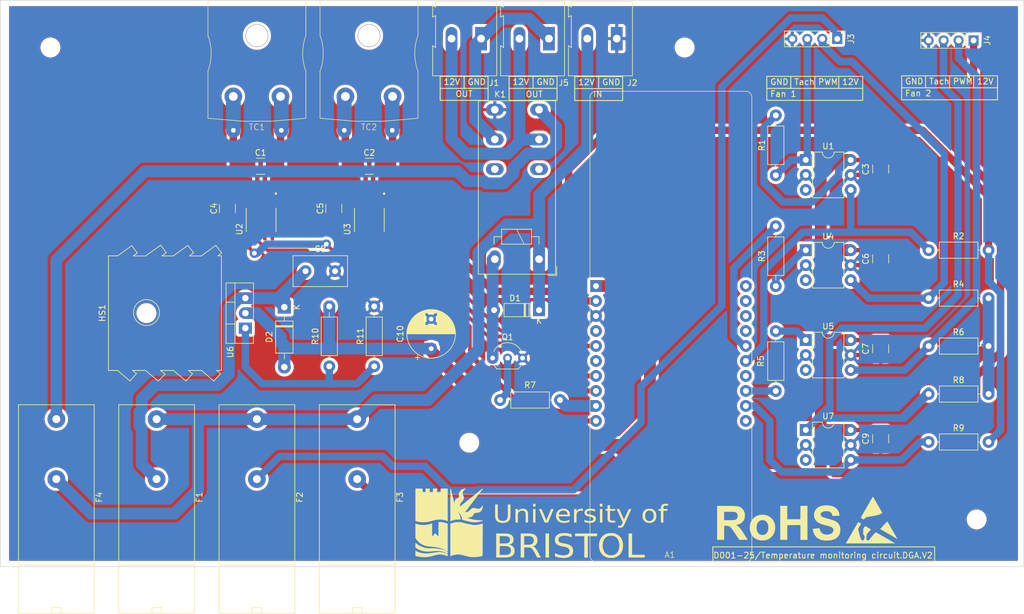
<source format=kicad_pcb>
(kicad_pcb (version 20221018) (generator pcbnew)
  (layers (0 "F.Cu" signal) (31 "B.Cu" signal) (34 "B.Paste" user) (35 "F.Paste" user) (36 "B.SilkS" user "B.Silkscreen") (37 "F.SilkS" user "F.Silkscreen") (38 "B.Mask" user) (39 "F.Mask" user) (44 "Edge.Cuts" user))
  (net 0 "")
  (net 1 "+3.3V")
  (net 2 "/GPIO0")
  (net 4 "/GPIO2")
  (net 5 "/GPIO3")
  (net 6 "/GPIO35")
  (net 7 "/GPIO33")
  (net 8 "/GPIO32")
  (net 9 "Net-(TC1-+)")
  (net 10 "/GPIO15")
  (net 11 "/GPIO14")
  (net 12 "GND")
  (net 13 "Net-(D1-A)")
  (net 14 "Net-(J1-Pin_2)")
  (net 15 "Net-(J3-Pin_2)")
  (net 17 "+5V")
  (net 20 "+12V")
  (net 21 "Net-(TC1--)")
  (net 22 "Net-(TC2-+)")
  (net 23 "Net-(TC2--)")
  (net 25 "Net-(F4-Pad1)")
  (net 26 "Net-(R3-Pad1)")
  (net 27 "/GPIO4")
  (net 28 "/GPIO16")
  (net 30 "/GPIO5")
  (net 35 "Net-(J3-Pin_3)")
  (net 36 "Net-(J4-Pin_2)")
  (net 37 "Net-(J4-Pin_3)")
  (net 40 "Net-(Q1-B)")
  (net 41 "Net-(J1-Pin_1)")
  (net 42 "Net-(R5-Pad1)")
  (net 43 "Net-(U6-ADJ)")
  (net 46 "Net-(D2-K)")
  (net 47 "Net-(J3-Pin_1)")
  (net 48 "Net-(J4-Pin_1)")
  (footprint "Library:R_Axial_DIN0207_L6.3mm_D2.5mm_P10.16mm_Horizontal" (layer "F.Cu") (at 213.868 102.616)
    (fp_text reference "R6")
    (fp_text value "270")
  )
  (footprint "Capacitor_SMD:C_1210_3225Metric" (layer "F.Cu") (at 113.03 79.297 90)
    (fp_text reference "C5")
    (fp_text value "100n")
  )
  (footprint "Connector Thermo:Thermocouple Connector" (layer "F.Cu") (at 119 64.5 180)
    (fp_text reference "TC2")
    (fp_text value "Thermocouple_Alt")
  )
  (footprint "TerminalBlock:TerminalBlock_Altech_AK300-2_P5.00mm" (layer "F.Cu") (at 138 50.5 180)
    (fp_text reference "J1")
    (fp_text value "Conn_01x02_Socket" hide)
  )
  (footprint "Library:R_Axial_DIN0207_L6.3mm_D2.5mm_P10.16mm_Horizontal" (layer "F.Cu") (at 213.868 94.488)
    (fp_text reference "R4")
    (fp_text value "270")
  )
  (footprint "Symbol:ESD-Logo_8.9x8mm_SilkScreen" (layer "F.Cu") (at 204.216 132.08)
    (fp_text reference "REF**" hide)
    (fp_text value "ESD-Logo_8.9x8mm_SilkScreen" hide)
  )
  (footprint "Library:R_Axial_DIN0207_L6.3mm_D2.5mm_P10.16mm_Horizontal" (layer "F.Cu") (at 119.888 106.045 90)
    (fp_text reference "R11")
    (fp_text value "680")
  )
  (footprint "Library:DIP-6_W7.62mm" (layer "F.Cu") (at 193.04 71.064)
    (fp_text reference "U1")
    (fp_text value "H11L1")
  )
  (footprint "Capacitor_SMD:C_1210_3225Metric" (layer "F.Cu") (at 205.74 118.315 -90)
    (fp_text reference "C9")
    (fp_text value "100n")
  )
  (footprint "Diode_THT:D_DO-35_SOD27_P7.62mm_Horizontal" (layer "F.Cu") (at 147.828 96.52 180)
    (fp_text reference "D1")
    (fp_text value "1N4148")
  )
  (footprint "MountingHole:MountingHole_3.2mm_M3" (layer "F.Cu") (at 136 119)
    (fp_text reference "H1" hide)
    (fp_text value "MountingHole" hide)
  )
  (footprint "Capacitor_THT:CP_Radial_D8.0mm_P5.00mm" (layer "F.Cu") (at 129.54 103.044 90)
    (fp_text reference "C10")
    (fp_text value "1u")
  )
  (footprint "Capacitor_SMD:C_1210_3225Metric" (layer "F.Cu") (at 94.996 79.297 90)
    (fp_text reference "C4")
    (fp_text value "100n")
  )
  (footprint "Library:R_Axial_DIN0207_L6.3mm_D2.5mm_P10.16mm_Horizontal" (layer "F.Cu") (at 187.96 92.456 90)
    (fp_text reference "R3")
    (fp_text value "470")
  )
  (footprint "Relay_THT:Relay_DPDT_Schrack-RT2-FormC_RM5mm" (layer "F.Cu") (at 147.828 87.884 90)
    (fp_text reference "K1")
    (fp_text value "RT424012")
  )
  (footprint "Library:R_Axial_DIN0207_L6.3mm_D2.5mm_P10.16mm_Horizontal" (layer "F.Cu") (at 213.868 118.872)
    (fp_text reference "R9")
    (fp_text value "270")
  )
  (footprint "Library:DIP-6_W7.62mm" (layer "F.Cu") (at 193.04 101.6)
    (fp_text reference "U5")
    (fp_text value "H11L1")
  )
  (footprint "Library:R_Axial_DIN0207_L6.3mm_D2.5mm_P10.16mm_Horizontal" (layer "F.Cu") (at 213.868 86.36)
    (fp_text reference "R2")
    (fp_text value "270")
  )
  (footprint "Connector_PinHeader_2.54mm:PinHeader_1x04_P2.54mm_Vertical" (layer "F.Cu") (at 198.374 50.546 -90)
    (fp_text reference "J3")
    (fp_text value "Conn_01x04_Socket" hide)
  )
  (footprint "Library:R_Axial_DIN0207_L6.3mm_D2.5mm_P10.16mm_Horizontal" (layer "F.Cu") (at 187.96 73.66 90)
    (fp_text reference "R1")
    (fp_text value "470")
  )
  (footprint "TerminalBlock:TerminalBlock_Altech_AK300-2_P5.00mm" (layer "F.Cu") (at 161 50.5 180)
    (fp_text reference "J2")
    (fp_text value "Conn_01x02_Socket" hide)
  )
  (footprint "TerminalBlock:TerminalBlock_Altech_AK300-2_P5.00mm" (layer "F.Cu") (at 149.5 50.5 180)
    (fp_text reference "J5")
    (fp_text value "Conn_01x02_Socket" hide)
  )
  (footprint "Fuse:Fuseholder_Cylinder-5x20mm_Bulgin_FX0457_Horizontal_Closed" (layer "F.Cu") (at 66 115 -90)
    (fp_text reference "F4")
    (fp_text value "2A")
  )
  (footprint "Diode_THT:D_DO-41_SOD81_P10.16mm_Horizontal" (layer "F.Cu") (at 104.648 96.012 -90)
    (fp_text reference "D2")
    (fp_text value "1N4001")
  )
  (footprint "Connector_PinHeader_2.54mm:PinHeader_1x04_P2.54mm_Vertical" (layer "F.Cu") (at 221.488 50.8 -90)
    (fp_text reference "J4")
    (fp_text value "Conn_01x04_Socket" hide)
  )
  (footprint "Library:R_Axial_DIN0207_L6.3mm_D2.5mm_P10.16mm_Horizontal" (layer "F.Cu") (at 187.96 100.076 -90)
    (fp_text reference "R5")
    (fp_text value "470")
  )
  (footprint "Capacitor_SMD:C_1210_3225Metric" (layer "F.Cu") (at 205.74 103.075 -90)
    (fp_text reference "C7")
    (fp_text value "100n")
  )
  (footprint "MAX6675ISA_:SOIC127P600X175-8N" (layer "F.Cu") (at 100.711 81.215 -90)
    (fp_text reference "U2")
    (fp_text value "MAX6675ISA_")
  )
  (footprint "MountingHole:MountingHole_3.2mm_M3" (layer "F.Cu") (at 222 132)
    (fp_text reference "H2" hide)
    (fp_text value "MountingHole" hide)
  )
  (footprint "MountingHole:MountingHole_3.2mm_M3" (layer "F.Cu") (at 81.28 97.028)
    (fp_text reference "H1" hide)
    (fp_text value "MountingHole" hide)
  )
  (footprint "Symbol:UoB_SilkScreen" (layer "F.Cu") (at 144.1593 133.2992)
    (fp_text reference "REF**" hide)
    (fp_text value "UoB_SilkScreen" hide)
  )
  (footprint "Symbol:RoHS-Logo_6mm_SilkScreen" (layer "F.Cu") (at 188.468 132.588)
    (fp_text reference "REF**" hide)
    (fp_text value "RoHS-Logo_6mm_SilkScreen" hide)
  )
  (footprint "Library:R_Axial_DIN0207_L6.3mm_D2.5mm_P10.16mm_Horizontal" (layer "F.Cu") (at 112.268 106.045 90)
    (fp_text reference "R10")
    (fp_text value "220")
  )
  (footprint "Library:R_Axial_DIN0207_L6.3mm_D2.5mm_P10.16mm_Horizontal" (layer "F.Cu") (at 151.384 111.76 180)
    (fp_text reference "R7")
    (fp_text value "470")
  )
  (footprint "Library:DIP-6_W7.62mm" (layer "F.Cu") (at 193.04 116.84)
    (fp_text reference "U7")
    (fp_text value "H11L1")
  )
  (footprint "Capacitor_SMD:C_1210_3225Metric" (layer "F.Cu") (at 100.633 72.136)
    (fp_text reference "C1")
    (fp_text value "10n")
  )
  (footprint "ESP32:ESP32-POE-ISO-WROVER" (layer "F.Cu") (at 170.18 140.7)
    (fp_text reference "A1")
    (fp_text value "ESP32_POE")
  )
  (footprint "Fuse:Fuseholder_Cylinder-5x20mm_Bulgin_FX0457_Horizontal_Closed" (layer "F.Cu") (at 100 115 -90)
    (fp_text reference "F2")
    (fp_text value "100mA")
  )
  (footprint "Package_TO_SOT_THT:TO-220-3_Vertical" (layer "F.Cu") (at 98.044 99.568 90)
    (fp_text reference "U6")
    (fp_text value "LM317_TO-220")
  )
  (footprint "MAX6675ISA_:SOIC127P600X175-8N" (layer "F.Cu") (at 119.0625 81.215 -90)
    (fp_text reference "U3")
    (fp_text value "MAX6675ISA_")
  )
  (footprint "Heatsink:Heatsink_AAVID_TV5G_TO220_Horizontal" (layer "F.Cu") (at 81.28 97.028 90)
    (fp_text reference "HS1")
    (fp_text value "Heatsink")
  )
  (footprint "Capacitor_SMD:C_1210_3225Metric" (layer "F.Cu") (at 205.74 72.595 -90)
    (fp_text reference "C3")
    (fp_text value "100n")
  )
  (footprint "Library:DIP-6_W7.62mm" (layer "F.Cu") (at 193.04 86.36)
    (fp_text reference "U4")
    (fp_text value "H11L1")
  )
  (footprint "Library:R_Axial_DIN0207_L6.3mm_D2.5mm_P10.16mm_Horizontal" (layer "F.Cu") (at 213.868 110.744)
    (fp_text reference "R8")
    (fp_text value "470")
  )
  (footprint "Connector Thermo:Thermocouple Connector" (layer "F.Cu") (at 100 64.5 180)
    (fp_text reference "TC1")
    (fp_text value "Thermocouple_Alt")
  )
  (footprint "Capacitor_SMD:C_1210_3225Metric" (layer "F.Cu") (at 119.0475 72.136)
    (fp_text reference "C2")
    (fp_text value "10n")
  )
  (footprint "Capacitor_THT:C_Disc_D9.0mm_W5.0mm_P5.00mm" (layer "F.Cu") (at 108.244 89.916)
    (fp_text reference "C8")
    (fp_text value "100n")
  )
  (footprint "MountingHole:MountingHole_3.2mm_M3" (layer "F.Cu") (at 172.5 52)
    (fp_text reference "H4" hide)
    (fp_text value "MountingHole" hide)
  )
  (footprint "Fuse:Fuseholder_Cylinder-5x20mm_Bulgin_FX0457_Horizontal_Closed" (layer "F.Cu") (at 83 115 -90)
    (fp_text reference "F1")
    (fp_text value "500mA")
  )
  (footprint "Package_TO_SOT_THT:TO-92_Inline_Wide" (layer "F.Cu") (at 139.954 104.648)
    (fp_text reference "Q1")
    (fp_text value "BC337")
  )
  (footprint "Fuse:Fuseholder_Cylinder-5x20mm_Bulgin_FX0457_Horizontal_Closed" (layer "F.Cu") (at 117 115 -90)
    (fp_text reference "F3")
    (fp_text value "100mA")
  )
  (footprint "Capacitor_SMD:C_1210_3225Metric" (layer "F.Cu") (at 205.74 87.835 -90)
    (fp_text reference "C6")
    (fp_text value "100n")
  )
  (footprint "MountingHole:MountingHole_3.2mm_M3" (layer "F.Cu") (at 65 52)
    (fp_text reference "H3" hide)
    (fp_text value "MountingHole" hide)
  )
  (gr_line (start 135.128 56.896) (end 135.128 58.928) (stroke (width 0.15)) (layer "F.SilkS"))
  (gr_rect (start 131.064 56.896) (end 139.192 60.96) (stroke (width 0.15)) (fill none) (layer "F.SilkS"))
  (gr_rect (start 186.436 56.896) (end 202.692 60.96) (stroke (width 0.15)) (fill none) (layer "F.SilkS"))
  (gr_line (start 221.488 56.8) (end 221.488 58.832) (stroke (width 0.15)) (layer "F.SilkS"))
  (gr_line (start 217.424 58.832) (end 217.424 56.8) (stroke (width 0.15)) (layer "F.SilkS"))
  (gr_line (start 194.564 58.928) (end 194.564 56.896) (stroke (width 0.15)) (layer "F.SilkS"))
  (gr_line (start 213.36 56.8) (end 213.36 58.832) (stroke (width 0.15)) (layer "F.SilkS"))
  (gr_line (start 146.812 56.896) (end 146.812 58.928) (stroke (width 0.15)) (layer "F.SilkS"))
  (gr_line (start 186.436 58.928) (end 194.564 58.928) (stroke (width 0.15)) (layer "F.SilkS"))
  (gr_line (start 131.064 58.928) (end 139.192 58.928) (stroke (width 0.15)) (layer "F.SilkS"))
  (gr_line (start 217.424 58.832) (end 225.552 58.832) (stroke (width 0.15)) (layer "F.SilkS"))
  (gr_rect (start 209.296 56.8) (end 225.552 60.864) (stroke (width 0.15)) (fill none) (layer "F.SilkS"))
  (gr_line (start 194.564 58.928) (end 202.692 58.928) (stroke (width 0.15)) (layer "F.SilkS"))
  (gr_line (start 209.296 58.832) (end 217.424 58.832) (stroke (width 0.15)) (layer "F.SilkS"))
  (gr_line (start 198.628 56.896) (end 198.628 58.928) (stroke (width 0.15)) (layer "F.SilkS"))
  (gr_line (start 153.872 58.968) (end 162 58.968) (stroke (width 0.15)) (layer "F.SilkS"))
  (gr_line (start 142.748 58.928) (end 150.876 58.928) (stroke (width 0.15)) (layer "F.SilkS"))
  (gr_line (start 190.5 56.896) (end 190.5 58.928) (stroke (width 0.15)) (layer "F.SilkS"))
  (gr_rect (start 153.872 56.936) (end 162 61) (stroke (width 0.15)) (fill none) (layer "F.SilkS"))
  (gr_line (start 157.936 56.936) (end 157.936 58.968) (stroke (width 0.15)) (layer "F.SilkS"))
  (gr_rect (start 177.292 136.652) (end 214.884 139.192) (stroke (width 0.15)) (fill none) (layer "F.SilkS"))
  (gr_rect (start 142.748 56.896) (end 150.876 60.96) (stroke (width 0.15)) (fill none) (layer "F.SilkS"))
  (gr_rect (start 56.5 44) (end 230 140) (stroke (width 0.1)) (fill none) (layer "Edge.Cuts"))
  (gr_text "Fan 1" (at 186.944 60.452) (layer "F.SilkS") (effects (font (size 1 1)) (justify left bottom)))
  (gr_text "Fan 2" (at 209.804 60.356) (layer "F.SilkS") (effects (font (size 1 1)) (justify left bottom)))
  (gr_text "GND" (at 135.636 58.42) (layer "F.SilkS") (effects (font (size 1 1)) (justify left bottom)))
  (gr_text "GND" (at 209.804 58.324) (layer "F.SilkS") (effects (font (size 1 1)) (justify left bottom)))
  (gr_text "12V " (at 131.572 58.42) (layer "F.SilkS") (effects (font (size 1 1)) (justify left bottom)))
  (gr_text "GND" (at 186.944 58.42) (layer "F.SilkS") (effects (font (size 1 1)) (justify left bottom)))
  (gr_text "Tach" (at 213.868 58.324) (layer "F.SilkS") (effects (font (size 1 1)) (justify left bottom)))
  (gr_text "Tach" (at 191.008 58.42) (layer "F.SilkS") (effects (font (size 1 1)) (justify left bottom)))
  (gr_text "PWM" (at 217.932 58.324) (layer "F.SilkS") (effects (font (size 1 1)) (justify left bottom)))
  (gr_text "12V " (at 154.38 58.46) (layer "F.SilkS") (effects (font (size 1 1)) (justify left bottom)))
  (gr_text "12V " (at 143.256 58.42) (layer "F.SilkS") (effects (font (size 1 1)) (justify left bottom)))
  (gr_text "12V" (at 199.136 58.42) (layer "F.SilkS") (effects (font (size 1 1)) (justify left bottom)))
  (gr_text "PWM" (at 195.072 58.42) (layer "F.SilkS") (effects (font (size 1 1)) (justify left bottom)))
  (gr_text "GND" (at 147.32 58.42) (layer "F.SilkS") (effects (font (size 1 1)) (justify left bottom)))
  (gr_text "12V" (at 221.996 58.324) (layer "F.SilkS") (effects (font (size 1 1)) (justify left bottom)))
  (gr_text "OUT" (at 145.5 60.5) (layer "F.SilkS") (effects (font (size 1 1)) (justify left bottom)))
  (gr_text "OUT" (at 133.604 60.452) (layer "F.SilkS") (effects (font (size 1 1)) (justify left bottom)))
  (gr_text "IN" (at 156.92 60.492) (layer "F.SilkS") (effects (font (size 1 1)) (justify left bottom)))
  (gr_text "GND" (at 158.444 58.46) (layer "F.SilkS") (effects (font (size 1 1)) (justify left bottom)))
  (gr_text "D001-25/Temperature monitoring circuit.DGA.V2" (at 177.292 138.684) (layer "F.SilkS") (effects (font (size 1 1)) (justify left bottom)))
  (segment (start 152.84957 93.472) (end 152.84957 94.98) (width 1.25) (layer "F.Cu") (net 1))
  (segment (start 127.508 80.772) (end 120.735868 80.772) (width 1.2192) (layer "F.Cu") (net 1))
  (segment (start 152.84957 72.70243) (end 152.84957 93.472) (width 1.25) (layer "F.Cu") (net 1))
  (segment (start 113.03 80.772) (end 117.1575 80.772) (width 0.75) (layer "F.Cu") (net 1))
  (segment (start 140.081 93.345) (end 127.508 80.772) (width 1.25) (layer "F.Cu") (net 1))
  (segment (start 140.081 93.345) (end 151.21457 93.345) (width 1.25) (layer "F.Cu") (net 1))
  (segment (start 94.996 80.772) (end 98.806 80.772) (width 0.75) (layer "F.Cu") (net 1))
  (segment (start 151.21457 93.345) (end 152.84957 94.98) (width 1.25) (layer "F.Cu") (net 1))
  (segment (start 224.028 77.216) (end 212.852 66.04) (width 1.25) (layer "F.Cu") (net 1))
  (segment (start 224.028 86.36) (end 224.028 77.216) (width 1.25) (layer "F.Cu") (net 1))
  (segment (start 152.72257 93.345) (end 152.84957 93.472) (width 1.25) (layer "F.Cu") (net 1))
  (segment (start 157.48 94.98) (end 152.84957 94.98) (width 1.25) (layer "F.Cu") (net 1))
  (segment (start 98.756 80.772) (end 98.806 80.772) (width 0.75) (layer "F.Cu") (net 1))
  (segment (start 98.756 78.74) (end 98.756 80.772) (width 0.75) (layer "F.Cu") (net 1))
  (segment (start 151.21457 93.345) (end 152.72257 93.345) (width 1.25) (layer "F.Cu") (net 1))
  (segment (start 159.512 66.04) (end 152.84957 72.70243) (width 1.25) (layer "F.Cu") (net 1))
  (segment (start 120.735868 80.772) (end 98.756 80.772) (width 1.2192) (layer "F.Cu") (net 1))
  (segment (start 212.852 66.04) (end 159.512 66.04) (width 1.25) (layer "F.Cu") (net 1))
  (segment (start 117.1575 80.772) (end 117.1575 78.74) (width 0.75) (layer "F.Cu") (net 1))
  (segment (start 226.053 116.847) (end 226.053 116.84) (width 1.25) (layer "B.Cu") (net 1))
  (segment (start 224.028 86.36) (end 224.028 91.624216) (width 1.25) (layer "B.Cu") (net 1))
  (segment (start 224.028 118.872) (end 226.053 116.847) (width 1.25) (layer "B.Cu") (net 1))
  (segment (start 226.053 114.808) (end 226.053 116.84) (width 1.25) (layer "B.Cu") (net 1))
  (segment (start 226.053 93.649216) (end 226.053 114.808) (width 1.25) (layer "B.Cu") (net 1))
  (segment (start 224.028 91.624216) (end 226.053 93.649216) (width 1.25) (layer "B.Cu") (net 1))
  (segment (start 226.053 115.323) (end 226.053 114.808) (width 1.25) (layer "B.Cu") (net 1))
  (segment (start 118.745 82.042) (end 119.761 82.042) (width 0.5588) (layer "F.Cu") (net 2))
  (segment (start 101.727 82.042) (end 118.745 82.042) (width 0.5588) (layer "F.Cu") (net 2))
  (segment (start 119.6975 82.1055) (end 119.761 82.042) (width 0.5588) (layer "F.Cu") (net 2))
  (segment (start 119.6975 83.69) (end 119.6975 82.1055) (width 0.5588) (layer "F.Cu") (net 2))
  (segment (start 119.761 82.042) (end 123.359212 82.042) (width 0.5588) (layer "F.Cu") (net 2))
  (segment (start 101.346 83.69) (end 101.346 82.423) (width 0.5588) (layer "F.Cu") (net 2))
  (segment (start 119.6975 82.705) (end 119.6975 83.69) (width 0.5588) (layer "F.Cu") (net 2))
  (segment (start 118.745 82.042) (end 119.0345 82.042) (width 0.5588) (layer "F.Cu") (net 2))
  (segment (start 148.2581 99.9981) (end 150.86 102.6) (width 0.762) (layer "F.Cu") (net 2))
  (segment (start 101.346 82.423) (end 101.727 82.042) (width 0.5588) (layer "F.Cu") (net 2))
  (segment (start 101.346 83.69) (end 101.346 82.677) (width 0.5588) (layer "F.Cu") (net 2))
  (segment (start 150.86 102.6) (end 157.48 102.6) (width 0.762) (layer "F.Cu") (net 2))
  (segment (start 123.359212 82.042) (end 141.315312 99.9981) (width 0.5588) (layer "F.Cu") (net 2))
  (segment (start 141.315312 99.9981) (end 148.2581 99.9981) (width 0.5588) (layer "F.Cu") (net 2))
  (segment (start 154.162 110.22) (end 157.48 110.22) (width 0.889) (layer "F.Cu") (net 4))
  (segment (start 146.05 102.108) (end 154.162 110.22) (width 0.762) (layer "F.Cu") (net 4))
  (segment (start 113.284 86.868) (end 117.221 86.868) (width 0.5588) (layer "F.Cu") (net 4))
  (segment (start 98.806 83.69) (end 98.806 86.106) (width 0.5588) (layer "F.Cu") (net 4))
  (segment (start 111.76 85.344) (end 113.284 86.868) (width 0.5588) (layer "F.Cu") (net 4))
  (segment (start 140.318167 102.108) (end 146.05 102.108) (width 0.5588) (layer "F.Cu") (net 4))
  (segment (start 98.806 86.106) (end 99.568 86.868) (width 0.5588) (layer "F.Cu") (net 4))
  (segment (start 125.078166 86.868) (end 140.318167 102.108) (width 0.5588) (layer "F.Cu") (net 4))
  (segment (start 117.1575 86.8045) (end 117.221 86.868) (width 0.5588) (layer "F.Cu") (net 4))
  (segment (start 117.1575 83.69) (end 117.1575 86.8045) (width 0.5588) (layer "F.Cu") (net 4))
  (segment (start 117.221 86.868) (end 125.078166 86.868) (width 0.5588) (layer "F.Cu") (net 4))
  (via (at 111.76 85.344) (size 1.6) (drill 0.8) (layers "F.Cu" "B.Cu") (net 4))
  (via (at 99.568 86.868) (size 1.6) (drill 0.8) (layers "F.Cu" "B.Cu") (net 4))
  (segment (start 111.76 85.344) (end 101.6 85.344) (width 1.25) (layer "B.Cu") (net 4))
  (segment (start 101.6 85.344) (end 100.076 86.868) (width 1.25) (layer "B.Cu") (net 4))
  (segment (start 100.076 86.868) (end 99.568 86.868) (width 1.25) (layer "B.Cu") (net 4))
  (segment (start 147.345648 115.3) (end 157.48 115.3) (width 0.889) (layer "F.Cu") (net 5))
  (segment (start 136.895526 104.023474) (end 136.142604 103.270552) (width 0.762) (layer "F.Cu") (net 5))
  (segment (start 110.1334 88.0354) (end 124.862608 88.0354) (width 0.5588) (layer "F.Cu") (net 5))
  (segment (start 124.862608 88.0354) (end 136.142604 99.315396) (width 0.5588) (layer "F.Cu") (net 5))
  (segment (start 108.458 86.36) (end 110.1334 88.0354) (width 0.5588) (layer "F.Cu") (net 5))
  (segment (start 136.895526 104.849878) (end 147.345648 115.3) (width 0.889) (layer "F.Cu") (net 5))
  (segment (start 136.142604 99.315396) (end 136.142604 103.270552) (width 0.5588) (layer "F.Cu") (net 5))
  (segment (start 101.761 86.36) (end 108.458 86.36) (width 0.5588) (layer "F.Cu") (net 5))
  (segment (start 100.076 83.69) (end 100.076 84.675) (width 0.5588) (layer "F.Cu") (net 5))
  (segment (start 136.895526 104.023474) (end 136.895526 104.849878) (width 0.889) (layer "F.Cu") (net 5))
  (segment (start 100.076 84.675) (end 101.761 86.36) (width 0.5588) (layer "F.Cu") (net 5))
  (segment (start 180.848 89.408) (end 187.96 82.296) (width 1.25) (layer "B.Cu") (net 7))
  (segment (start 182.88 102.6) (end 182.556216 102.6) (width 1.25) (layer "B.Cu") (net 7))
  (segment (start 180.848 100.891784) (end 180.848 89.408) (width 1.25) (layer "B.Cu") (net 7))
  (segment (start 182.556216 102.6) (end 180.848 100.891784) (width 1.25) (layer "B.Cu") (net 7))
  (segment (start 213.868 86.36) (end 210.82 83.312) (width 1.25) (layer "B.Cu") (net 8))
  (segment (start 200.66 76.144) (end 200.66 83.312) (width 1.25) (layer "B.Cu") (net 8))
  (segment (start 185.935 102.408784) (end 185.935 89.909) (width 1.25) (layer "B.Cu") (net 8))
  (segment (start 183.203784 105.14) (end 185.935 102.408784) (width 1.25) (layer "B.Cu") (net 8))
  (segment (start 182.88 105.14) (end 183.203784 105.14) (width 1.25) (layer "B.Cu") (net 8))
  (segment (start 185.935 89.909) (end 192.532 83.312) (width 1.25) (layer "B.Cu") (net 8))
  (segment (start 192.532 83.312) (end 210.82 83.312) (width 1.25) (layer "B.Cu") (net 8))
  (segment (start 100.076 73.054) (end 100.076 78.74) (width 0.75) (layer "F.Cu") (net 9))
  (segment (start 96 66.052) (end 96 72.136) (width 1.27) (layer "F.Cu") (net 9))
  (segment (start 96.012 66.04) (end 96 66.052) (width 0.75) (layer "F.Cu") (net 9))
  (segment (start 99.158 72.136) (end 100.076 73.054) (width 0.75) (layer "F.Cu") (net 9))
  (segment (start 96 72.136) (end 99.158 72.136) (width 1.27) (layer "F.Cu") (net 9))
  (via (at 96.012 66.04) (size 1.6) (drill 0.8) (layers "F.Cu" "B.Cu") (net 9))
  (segment (start 96.012 66.04) (end 96.012 60.312) (width 2.5) (layer "B.Cu") (net 9))
  (segment (start 96.012 60.312) (end 96 60.3) (width 0.75) (layer "B.Cu") (net 9))
  (segment (start 187.944 110.22) (end 187.96 110.236) (width 1.25) (layer "B.Cu") (net 10))
  (segment (start 182.88 110.22) (end 187.944 110.22) (width 1.25) (layer "B.Cu") (net 10))
  (segment (start 212.344 118.872) (end 210.058 121.158) (width 1.25) (layer "B.Cu") (net 11))
  (segment (start 200.66 121.92) (end 198.628 123.952) (width 1.25) (layer "B.Cu") (net 11))
  (segment (start 210.058 121.158) (end 209.296 121.92) (width 1.25) (layer "B.Cu") (net 11))
  (segment (start 186.944 115.3) (end 184.404 112.76) (width 1.25) (layer "B.Cu") (net 11))
  (segment (start 184.404 112.76) (end 182.88 112.76) (width 1.25) (layer "B.Cu") (net 11))
  (segment (start 198.635 123.945) (end 190.008 123.945) (width 1.25) (layer "B.Cu") (net 11))
  (segment (start 188.976 123.952) (end 186.944 121.92) (width 1.25) (layer "B.Cu") (net 11))
  (segment (start 186.944 121.92) (end 186.944 115.3) (width 1.25) (layer "B.Cu") (net 11))
  (segment (start 213.868 118.872) (end 212.344 118.872) (width 1.25) (layer "B.Cu") (net 11))
  (segment (start 198.628 123.952) (end 188.976 123.952) (width 1.25) (layer "B.Cu") (net 11))
  (segment (start 209.296 121.92) (end 200.66 121.92) (width 1.25) (layer "B.Cu") (net 11))
  (segment (start 200.66 104.14) (end 205.33 104.14) (width 0.75) (layer "F.Cu") (net 12))
  (segment (start 205.33 88.9) (end 205.74 89.31) (width 0.75) (layer "F.Cu") (net 12))
  (segment (start 205.274 73.604) (end 205.74 74.07) (width 0.75) (layer "F.Cu") (net 12))
  (segment (start 200.66 73.604) (end 205.274 73.604) (width 0.75) (layer "F.Cu") (net 12))
  (segment (start 200.66 88.9) (end 205.33 88.9) (width 0.75) (layer "F.Cu") (net 12))
  (segment (start 205.33 104.14) (end 205.74 104.55) (width 0.75) (layer "F.Cu") (net 12))
  (segment (start 140.328 96.146) (end 139.954 96.52) (width 1.25) (layer "B.Cu") (net 13))
  (segment (start 140.208 88.004) (end 140.328 87.884) (width 1.25) (layer "B.Cu") (net 13))
  (segment (start 140.328 87.884) (end 140.328 90.05) (width 1.25) (layer "B.Cu") (net 13))
  (segment (start 140.328 87.884) (end 140.328 96.146) (width 1.25) (layer "B.Cu") (net 13))
  (segment (start 140.208 96.52) (end 139.954 96.52) (width 1.25) (layer "B.Cu") (net 13))
  (segment (start 140.328 90.05) (end 139.954 90.424) (width 1.25) (layer "B.Cu") (net 13))
  (segment (start 139.954 96.52) (end 139.954 90.424) (width 2) (layer "B.Cu") (net 13))
  (segment (start 139.954 87.884) (end 140.328 87.884) (width 1.25) (layer "B.Cu") (net 13))
  (segment (start 140.208 96.52) (end 140.208 88.004) (width 1.25) (layer "B.Cu") (net 13))
  (segment (start 139.954 104.648) (end 139.954 96.52) (width 2) (layer "B.Cu") (net 13))
  (segment (start 139.954 90.424) (end 139.954 87.884) (width 2) (layer "B.Cu") (net 13))
  (segment (start 144.5 68) (end 143.5 69) (width 2) (layer "B.Cu") (net 14))
  (segment (start 144.5 64.256) (end 144.5 65.5) (width 2) (layer "B.Cu") (net 14))
  (segment (start 144.5 65.5) (end 144.5 67.5) (width 2) (layer "B.Cu") (net 14))
  (segment (start 133 67.5) (end 133 50.5) (width 2) (layer "B.Cu") (net 14))
  (segment (start 143.5 69) (end 144.916 67.584) (width 2) (layer "B.Cu") (net 14))
  (segment (start 142.5 70) (end 135.5 70) (width 2) (layer "B.Cu") (net 14))
  (segment (start 144.5 65.5) (end 144.5 68) (width 2) (layer "B.Cu") (net 14))
  (segment (start 144.584 67.584) (end 144.5 67.5) (width 2) (layer "B.Cu") (net 14))
  (segment (start 144.916 67.584) (end 147.828 67.584) (width 2) (layer "B.Cu") (net 14))
  (segment (start 144.5 50.5) (end 144.5 64.256) (width 2) (layer "B.Cu") (net 14))
  (segment (start 142.5 70) (end 143.5 69) (width 2) (layer "B.Cu") (net 14))
  (segment (start 135.5 70) (end 133 67.5) (width 2) (layer "B.Cu") (net 14))
  (segment (start 147.828 67.584) (end 144.584 67.584) (width 2) (layer "B.Cu") (net 14))
  (segment (start 198.827656 54.385) (end 200.885 54.385) (width 1.25) (layer "B.Cu") (net 15))
  (segment (start 195.834 50.546) (end 195.834 51.391344) (width 1.25) (layer "B.Cu") (net 15))
  (segment (start 213.868 94.488) (end 216.5 91.856) (width 1.25) (layer "B.Cu") (net 15))
  (segment (start 203.708 94.488) (end 213.868 94.488) (width 1.25) (layer "B.Cu") (net 15))
  (segment (start 216.5 70) (end 200.885 54.385) (width 1.25) (layer "B.Cu") (net 15))
  (segment (start 216.5 91.856) (end 216.5 70) (width 1.25) (layer "B.Cu") (net 15))
  (segment (start 195.834 51.391344) (end 198.827656 54.385) (width 1.25) (layer "B.Cu") (net 15))
  (segment (start 200.66 91.44) (end 203.708 94.488) (width 1.25) (layer "B.Cu") (net 15))
  (segment (start 200.66 101.6) (end 205.74 101.6) (width 0.75) (layer "F.Cu") (net 17))
  (segment (start 195.58 116.84) (end 195.58 101.6) (width 2) (layer "F.Cu") (net 17))
  (segment (start 195.58 101.6) (end 200.66 101.6) (width 2) (layer "F.Cu") (net 17))
  (segment (start 205.684 71.064) (end 205.74 71.12) (width 0.75) (layer "F.Cu") (net 17))
  (segment (start 153.416 117.348) (end 155.448 119.38) (width 2) (layer "F.Cu") (net 17))
  (segment (start 159.88 92.44) (end 163.56 92.44) (width 2) (layer "F.Cu") (net 17))
  (segment (start 129.54 103.044) (end 129.54 103.470114) (width 2) (layer "F.Cu") (net 17))
  (segment (start 160.896 119.38) (end 162.236 120.72) (width 2) (layer "F.Cu") (net 17))
  (segment (start 194.056 124.968) (end 195.58 124.968) (width 2) (layer "F.Cu") (net 17))
  (segment (start 166.624 95.504) (end 166.624 114.808) (width 2) (layer "F.Cu") (net 17))
  (segment (start 158.864 119.38) (end 160.896 119.38) (width 2) (layer "F.Cu") (net 17))
  (segment (start 143.417886 117.348) (end 153.416 117.348) (width 2) (layer "F.Cu") (net 17))
  (segment (start 195.58 86.36) (end 200.66 86.36) (width 2) (layer "F.Cu") (net 17))
  (segment (start 195.58 73.66) (end 195.58 87.376) (width 2) (layer "F.Cu") (net 17))
  (segment (start 195.58 73.66) (end 198.176 71.064) (width 2) (layer "F.Cu") (net 17))
  (segment (start 163.56 92.44) (end 166.624 95.504) (width 2) (layer "F.Cu") (net 17))
  (segment (start 199.805886 86.36) (end 200.66 86.36) (width 2) (layer "F.Cu") (net 17))
  (segment (start 200.66 86.36) (end 205.74 86.36) (width 0.75) (layer "F.Cu") (net 17))
  (segment (start 162.236 120.72) (end 163.252 121.736) (width 2) (layer "F.Cu") (net 17))
  (segment (start 195.58 116.84) (end 200.66 116.84) (width 2) (layer "F.Cu") (net 17))
  (segment (start 198.176 71.064) (end 200.66 71.064) (width 2) (layer "F.Cu") (net 17))
  (segment (start 155.448 119.38) (end 158.864 119.38) (width 2) (layer "F.Cu") (net 17))
  (segment (start 160.896 119.38) (end 162.052 119.38) (width 2) (layer "F.Cu") (net 17))
  (segment (start 163.252 121.736) (end 166.484 124.968) (width 2) (layer "F.Cu") (net 17))
  (segment (start 162.052 119.38) (end 166.624 114.808) (width 2) (layer "F.Cu") (net 17))
  (segment (start 200.66 116.84) (end 205.74 116.84) (width 0.75) (layer "F.Cu") (net 17))
  (segment (start 200.66 71.064) (end 205.684 71.064) (width 0.75) (layer "F.Cu") (net 17))
  (segment (start 166.484 124.968) (end 194.056 124.968) (width 2) (layer "F.Cu") (net 17))
  (segment (start 210.312 126.352) (end 196.964 126.352) (width 2) (layer "F.Cu") (net 17))
  (segment (start 224.028 102.616) (end 219.964 106.68) (width 2) (layer "F.Cu") (net 17))
  (segment (start 159.88 92.44) (end 157.48 92.44) (width 2) (layer "F.Cu") (net 17))
  (segment (start 195.58 124.968) (end 195.58 116.84) (width 2) (layer "F.Cu") (net 17))
  (segment (start 219.964 106.68) (end 219.964 116.7) (width 2) (layer "F.Cu") (net 17))
  (segment (start 195.58 87.376) (end 195.58 86.36) (width 2) (layer "F.Cu") (net 17))
  (segment (start 195.58 101.6) (end 195.58 90.585886) (width 2) (layer "F.Cu") (net 17))
  (segment (start 129.54 103.470114) (end 143.417886 117.348) (width 2) (layer "F.Cu") (net 17))
  (segment (start 219.964 116.7) (end 210.312 126.352) (width 2) (layer "F.Cu") (net 17))
  (segment (start 196.964 126.352) (end 195.58 124.968) (width 2) (layer "F.Cu") (net 17))
  (segment (start 195.58 90.585886) (end 195.58 87.376) (width 2) (layer "F.Cu") (net 17))
  (segment (start 198.635 72.765216) (end 200.336216 71.064) (width 1.25) (layer "B.Cu") (net 17))
  (segment (start 187.96 63.5) (end 185.935 65.525) (width 1.25) (layer "B.Cu") (net 17))
  (segment (start 98.044 97.028) (end 100.028 97.028) (width 2) (layer "B.Cu") (net 17))
  (segment (start 185.935 74.937) (end 189.167 78.169) (width 1.25) (layer "B.Cu") (net 17))
  (segment (start 224.028 102.616) (end 224.028 94.488) (width 2) (layer "B.Cu") (net 17))
  (segment (start 185.935 65.525) (end 185.935 74.937) (width 1.25) (layer "B.Cu") (net 17))
  (segment (start 104.648 103.552341) (end 104.648 106.172) (width 2) (layer "B.Cu") (net 17))
  (segment (start 104.056171 101.943829) (end 104.648 102.535658) (width 2) (layer "B.Cu") (net 17))
  (segment (start 104.056171 101.056171) (end 104.056171 101.943829) (width 2) (layer "B.Cu") (net 17))
  (segment (start 189.167 78.169) (end 194.126 78.169) (width 1.25) (layer "B.Cu") (net 17))
  (segment (start 104.648 102.535658) (end 104.648 106.172) (width 2) (layer "B.Cu") (net 17))
  (segment (start 100.028 97.028) (end 104.056171 101.056171) (width 2) (layer "B.Cu") (net 17))
  (segment (start 112 103.044) (end 112.268 102.776) (width 2) (layer "B.Cu") (net 17))
  (segment (start 104.056171 101.943829) (end 105.156341 103.044) (width 2) (layer "B.Cu") (net 17))
  (segment (start 112 103.044) (end 129.54 103.044) (width 2) (layer "B.Cu") (net 17))
  (segment (start 198.635 73.66) (end 198.635 72.765216) (width 1.25) (layer "B.Cu") (net 17))
  (segment (start 194.126 78.169) (end 198.635 73.66) (width 1.25) (layer "B.Cu") (net 17))
  (segment (start 200.336216 71.064) (end 200.66 71.064) (width 1.25) (layer "B.Cu") (net 17))
  (segment (start 224.028 102.616) (end 224.028 110.744) (width 2) (layer "B.Cu") (net 17))
  (segment (start 105.156341 103.044) (end 104.648 103.552341) (width 2) (layer "B.Cu") (net 17))
  (segment (start 112.268 102.776) (end 112.268 95.885) (width 2) (layer "B.Cu") (net 17))
  (segment (start 105.156341 103.044) (end 112 103.044) (width 2) (layer "B.Cu") (net 17))
  (segment (start 137.554 86.767969) (end 142.321969 82) (width 2) (layer "B.Cu") (net 20))
  (segment (start 147.828 77.024301) (end 156 68.852301) (width 2) (layer "B.Cu") (net 20))
  (segment (start 147.828 87.884) (end 147.828 82) (width 2) (layer "B.Cu") (net 20))
  (segment (start 100 115) (end 90 115) (width 2) (layer "B.Cu") (net 20))
  (segment (start 120.24 111.76) (end 129 111.76) (width 2) (layer "B.Cu") (net 20))
  (segment (start 129 111.76) (end 137.554 103.206) (width 2) (layer "B.Cu") (net 20))
  (segment (start 147.828 87.884) (end 147.828 96.52) (width 2) (layer "B.Cu") (net 20))
  (segment (start 117 115) (end 100 115) (width 2) (layer "B.Cu") (net 20))
  (segment (start 90 115) (end 83 115) (width 2) (layer "B.Cu") (net 20))
  (segment (start 117 115) (end 120.24 111.76) (width 2) (layer "B.Cu") (net 20))
  (segment (start 90 127) (end 90 115) (width 2) (layer "B.Cu") (net 20))
  (segment (start 147.828 82) (end 147.828 77.024301) (width 2) (layer "B.Cu") (net 20))
  (segment (start 86 131) (end 90 127) (width 2) (layer "B.Cu") (net 20))
  (segment (start 71.84 131) (end 86 131) (width 2) (layer "B.Cu") (net 20))
  (segment (start 156 68.852301) (end 156 50.5) (width 2) (layer "B.Cu") (net 20))
  (segment (start 137.554 103.206) (end 137.554 86.767969) (width 2) (layer "B.Cu") (net 20))
  (segment (start 66 125.16) (end 71.84 131) (width 2) (layer "B.Cu") (net 20))
  (segment (start 142.321969 82) (end 147.828 82) (width 2) (layer "B.Cu") (net 20))
  (segment (start 102.108 72.136) (end 101.346 72.898) (width 0.75) (layer "F.Cu") (net 21))
  (segment (start 104 72.136) (end 102.108 72.136) (width 1.27) (layer "F.Cu") (net 21))
  (segment (start 101.346 72.898) (end 101.346 78.74) (width 0.75) (layer "F.Cu") (net 21))
  (segment (start 104 66.18) (end 104 72.136) (width 1.27) (layer "F.Cu") (net 21))
  (segment (start 104.14 66.04) (end 104 66.18) (width 0.75) (layer "F.Cu") (net 21))
  (via (at 104.14 66.04) (size 1.6) (drill 0.8) (layers "F.Cu" "B.Cu") (net 21))
  (segment (start 104.14 66.04) (end 104.14 60.44) (width 2.5) (layer "B.Cu") (net 21))
  (segment (start 104.14 60.44) (end 104 60.3) (width 0.75) (layer "B.Cu") (net 21))
  (segment (start 115 72.136) (end 117.5725 72.136) (width 1.27) (layer "F.Cu") (net 22))
  (segment (start 114.808 66.04) (end 115 66.232) (width 0.75) (layer "F.Cu") (net 22))
  (segment (start 117.5725 72.136) (end 118.4275 72.991) (width 0.75) (layer "F.Cu") (net 22))
  (segment (start 115 66.232) (end 115 72.136) (width 1.27) (layer "F.Cu") (net 22))
  (segment (start 118.4275 72.991) (end 118.4275 78.74) (width 0.75) (layer "F.Cu") (net 22))
  (via (at 114.808 66.04) (size 1.6) (drill 0.8) (layers "F.Cu" "B.Cu") (net 22))
  (segment (start 114.808 66.04) (end 114.808 60.492) (width 2.5) (layer "B.Cu") (net 22))
  (segment (start 114.808 60.492) (end 115 60.3) (width 0.75) (layer "B.Cu") (net 22))
  (segment (start 123 72.136) (end 120.5225 72.136) (width 1.27) (layer "F.Cu") (net 23))
  (segment (start 123 66.104) (end 123 72.136) (width 1.27) (layer "F.Cu") (net 23))
  (segment (start 122.936 66.04) (end 123 66.104) (width 0.75) (layer "F.Cu") (net 23))
  (segment (start 119.6975 72.961) (end 119.6975 78.74) (width 0.75) (layer "F.Cu") (net 23))
  (segment (start 120.5225 72.136) (end 119.6975 72.961) (width 0.75) (layer "F.Cu") (net 23))
  (via (at 122.936 66.04) (size 1.6) (drill 0.8) (layers "F.Cu" "B.Cu") (net 23))
  (segment (start 122.936 66.04) (end 122.936 60.364) (width 2.5) (layer "B.Cu") (net 23))
  (segment (start 122.936 60.364) (end 123 60.3) (width 0.75) (layer "B.Cu") (net 23))
  (segment (start 143.494112 73.351547) (end 143.494112 72.4) (width 2) (layer "B.Cu") (net 25))
  (segment (start 134 73) (end 135.649 74.649) (width 2) (layer "B.Cu") (net 25))
  (segment (start 138.837969 75.024) (end 141.821659 75.024) (width 2) (layer "B.Cu") (net 25))
  (segment (start 141.821659 75.024) (end 143.494112 73.351547) (width 2) (layer "B.Cu") (net 25))
  (segment (start 143.494112 72.4) (end 145.910112 69.984) (width 2) (layer "B.Cu") (net 25))
  (segment (start 145.910112 69.984) (end 149.321659 69.984) (width 2) (layer "B.Cu") (net 25))
  (segment (start 138.462969 74.649) (end 138.837969 75.024) (width 2) (layer "B.Cu") (net 25))
  (segment (start 135.649 74.649) (end 138.462969 74.649) (width 2) (layer "B.Cu") (net 25))
  (segment (start 66 88) (end 81 73) (width 2) (layer "B.Cu") (net 25))
  (segment (start 66 115) (end 66 88) (width 2) (layer "B.Cu") (net 25))
  (segment (start 150.726717 65.442717) (end 147.828 62.544) (width 2) (layer "B.Cu") (net 25))
  (segment (start 150.726717 68.578942) (end 150.726717 65.442717) (width 2) (layer "B.Cu") (net 25))
  (segment (start 81 73) (end 134 73) (width 2) (layer "B.Cu") (net 25))
  (segment (start 149.321659 69.984) (end 150.726717 68.578942) (width 2) (layer "B.Cu") (net 25))
  (segment (start 187.96 92.456) (end 187.96 91.116216) (width 1.25) (layer "B.Cu") (net 26))
  (segment (start 192.716216 86.36) (end 193.04 86.36) (width 1.25) (layer "B.Cu") (net 26))
  (segment (start 187.96 91.116216) (end 192.716216 86.36) (width 1.25) (layer "B.Cu") (net 26))
  (segment (start 151.384 111.76) (end 152.384 112.76) (width 2) (layer "B.Cu") (net 27))
  (segment (start 152.384 112.76) (end 157.48 112.76) (width 2) (layer "B.Cu") (net 27))
  (segment (start 118.4275 83.69) (end 118.4275 84.675) (width 0.5588) (layer "F.Cu") (net 30))
  (segment (start 153.77 107.68) (end 157.48 107.68) (width 0.889) (layer "F.Cu") (net 30))
  (segment (start 125.984 86.36) (end 140.6 100.976) (width 0.635) (layer "F.Cu") (net 30))
  (segment (start 125.5522 85.9282) (end 125.984 86.36) (width 0.5588) (layer "F.Cu") (net 30))
  (segment (start 119.6807 85.9282) (end 125.5522 85.9282) (width 0.5588) (layer "F.Cu") (net 30))
  (segment (start 140.6 100.976) (end 147.066 100.976) (width 0.635) (layer "F.Cu") (net 30))
  (segment (start 118.4275 84.675) (end 119.6807 85.9282) (width 0.5588) (layer "F.Cu") (net 30))
  (segment (start 147.066 100.976) (end 153.77 107.68) (width 0.762) (layer "F.Cu") (net 30))
  (segment (start 193.294 70.81) (end 193.04 71.064) (width 1.25) (layer "B.Cu") (net 35))
  (segment (start 187.96 73.66) (end 190.556 71.064) (width 1.25) (layer "B.Cu") (net 35))
  (segment (start 192.984 71.12) (end 193.04 71.064) (width 1.25) (layer "B.Cu") (net 35))
  (segment (start 190.556 71.064) (end 193.04 71.064) (width 1.25) (layer "B.Cu") (net 35))
  (segment (start 193.294 50.546) (end 193.294 70.81) (width 1.25) (layer "B.Cu") (net 35))
  (segment (start 200.66 106.68) (end 209.804 106.68) (width 1.25) (layer "B.Cu") (net 36))
  (segment (start 221.996 56.896) (end 221.996 94.488) (width 1.25) (layer "B.Cu") (net 36))
  (segment (start 209.804 106.68) (end 213.868 102.616) (width 1.25) (layer "B.Cu") (net 36))
  (segment (start 221.996 94.488) (end 213.868 102.616) (width 1.25) (layer "B.Cu") (net 36))
  (segment (start 218.948 50.8) (end 218.948 53.848) (width 1.25) (layer "B.Cu") (net 36))
  (segment (start 218.948 53.848) (end 221.996 56.896) (width 1.25) (layer "B.Cu") (net 36))
  (segment (start 195.065 114.815) (end 193.04 116.84) (width 1.25) (layer "B.Cu") (net 37))
  (segment (start 218.841 61.127582) (end 216.408 58.694582) (width 1.25) (layer "B.Cu") (net 37))
  (segment (start 197.104 101.6) (end 199.136 99.568) (width 1.25) (layer "B.Cu") (net 37))
  (segment (start 207.772 114.815) (end 197.104 114.815) (width 1.25) (layer "B.Cu") (net 37))
  (segment (start 213.253 99.568) (end 218.841 93.98) (width 1.25) (layer "B.Cu") (net 37))
  (segment (start 197.104 112.776) (end 197.104 101.6) (width 1.25) (layer "B.Cu") (net 37))
  (segment (start 213.868 110.236) (end 209.289 114.815) (width 1.25) (layer "B.Cu") (net 37))
  (segment (start 216.408 58.694582) (end 216.408 50.8) (width 1.25) (layer "B.Cu") (net 37))
  (segment (start 209.797 114.815) (end 207.772 114.815) (width 1.25) (layer "B.Cu") (net 37))
  (segment (start 197.104 114.815) (end 195.065 114.815) (width 1.25) (layer "B.Cu") (net 37))
  (segment (start 197.104 112.776) (end 197.104 114.815) (width 1.25) (layer "B.Cu") (net 37))
  (segment (start 218.841 93.98) (end 218.841 61.127582) (width 1.25) (layer "B.Cu") (net 37))
  (segment (start 197.104 112.776) (end 195.065 114.815) (width 1.25) (layer "B.Cu") (net 37))
  (segment (start 199.136 99.568) (end 213.253 99.568) (width 1.25) (layer "B.Cu") (net 37))
  (segment (start 209.289 114.815) (end 207.772 114.815) (width 1.25) (layer "B.Cu") (net 37))
  (segment (start 213.868 110.744) (end 209.797 114.815) (width 1.25) (layer "B.Cu") (net 37))
  (segment (start 142.494 110.49) (end 141.224 111.76) (width 1.25) (layer "B.Cu") (net 40))
  (segment (start 142.494 104.648) (end 142.494 110.49) (width 1.25) (layer "B.Cu") (net 40))
  (segment (start 141.378729 47.121271) (end 146.121271 47.121271) (width 2) (layer "B.Cu") (net 41))
  (segment (start 137.01 51.49) (end 137.01 64.266) (width 2) (layer "B.Cu") (net 41))
  (segment (start 146.121271 47.121271) (end 149.5 50.5) (width 2) (layer "B.Cu") (net 41))
  (segment (start 138 50.5) (end 141.378729 47.121271) (width 2) (layer "B.Cu") (net 41))
  (segment (start 137.01 64.266) (end 140.328 67.584) (width 2) (layer "B.Cu") (net 41))
  (segment (start 138 50.5) (end 137.01 51.49) (width 2) (layer "B.Cu") (net 41))
  (segment (start 191.516 100.076) (end 193.04 101.6) (width 1.25) (layer "B.Cu") (net 42))
  (segment (start 187.96 100.076) (end 191.516 100.076) (width 1.25) (layer "B.Cu") (net 42))
  (segment (start 100.872 109) (end 112.268 109) (width 1.25) (layer "B.Cu") (net 43))
  (segment (start 117.640692 108.292308) (end 119.888 106.045) (width 1.25) (layer "B.Cu") (net 43))
  (segment (start 98.044 99.568) (end 98.044 106.172) (width 1.25) (layer "B.Cu") (net 43))
  (segment (start 98.044 106.172) (end 100.872 109) (width 1.25) (layer "B.Cu") (net 43))
  (segment (start 116.933 109) (end 119.888 106.045) (width 1.25) (layer "B.Cu") (net 43))
  (segment (start 112.268 109) (end 116.933 109) (width 1.25) (layer "B.Cu") (net 43))
  (segment (start 112.268 109) (end 112.268 106.045) (width 1.25) (layer "B.Cu") (net 43))
  (segment (start 80.1 113.800593) (end 80.475 113.425593) (width 2) (layer "B.Cu") (net 46))
  (segment (start 82.78 109.22) (end 93.345 109.22) (width 2) (layer "B.Cu") (net 46))
  (segment (start 93.345 109.22) (end 95.25 107.315) (width 2) (layer "B.Cu") (net 46))
  (segment (start 104.648 93.512) (end 105.08 93.08) (width 2) (layer "B.Cu") (net 46))
  (segment (start 80.475 116.574407) (end 80.1 116.199407) (width 2) (layer "B.Cu") (net 46))
  (segment (start 80.1 116.199407) (end 80.1 113.800593) (width 2) (layer "B.Cu") (net 46))
  (segment (start 105.08 93.08) (end 108.244 89.916) (width 2) (layer "B.Cu") (net 46))
  (segment (start 80.475 122.635) (end 80.475 116.574407) (width 2) (layer "B.Cu") (net 46))
  (segment (start 80.475 111.525) (end 82.78 109.22) (width 2) (layer "B.Cu") (net 46))
  (segment (start 104.648 96.012) (end 104.648 93.512) (width 2) (layer "B.Cu") (net 46))
  (segment (start 103.124 94.488) (end 103.672 94.488) (width 2) (layer "B.Cu") (net 46))
  (segment (start 98.044 94.488) (end 103.124 94.488) (width 2) (layer "B.Cu") (net 46))
  (segment (start 95.25 107.315) (end 95.25 96.185659) (width 2) (layer "B.Cu") (net 46))
  (segment (start 95.25 96.185659) (end 96.947659 94.488) (width 2) (layer "B.Cu") (net 46))
  (segment (start 83 125.16) (end 80.475 122.635) (width 2) (layer "B.Cu") (net 46))
  (segment (start 104.648 96.012) (end 103.124 94.488) (width 2) (layer "B.Cu") (net 46))
  (segment (start 96.947659 94.488) (end 98.044 94.488) (width 2) (layer "B.Cu") (net 46))
  (segment (start 80.475 113.425593) (end 80.475 111.525) (width 2) (layer "B.Cu") (net 46))
  (segment (start 103.672 94.488) (end 105.08 93.08) (width 2) (layer "B.Cu") (net 46))
  (segment (start 178.816 95.758) (end 165.1 109.474) (width 1.25) (layer "B.Cu") (net 47))
  (segment (start 137.512062 126.991485) (end 136.910645 127.082134) (width 1.25) (layer "B.Cu") (net 47))
  (segment (start 136.910645 127.082134) (end 132.579946 127.082134) (width 1.25) (layer "B.Cu") (net 47))
  (segment (start 198.374 49.53) (end 195.834 46.99) (width 1.25) (layer "B.Cu") (net 47))
  (segment (start 103.835 121.325) (end 100 125.16) (width 1.25) (layer "B.Cu") (net 47))
  (segment (start 165.1 115.57) (end 153.678515 126.991485) (width 1.25) (layer "B.Cu") (net 47))
  (segment (start 165.1 109.474) (end 165.1 115.57) (width 1.25) (layer "B.Cu") (net 47))
  (segment (start 153.678515 126.991485) (end 137.512062 126.991485) (width 1.25) (layer "B.Cu") (net 47))
  (segment (start 198.374 50.546) (end 198.374 49.53) (width 1.25) (layer "B.Cu") (net 47))
  (segment (start 123 123) (end 121.325 121.325) (width 1.25) (layer "B.Cu") (net 47))
  (segment (start 121.325 121.325) (end 103.835 121.325) (width 1.25) (layer "B.Cu") (net 47))
  (segment (start 190.5 46.99) (end 178.816 58.674) (width 1.25) (layer "B.Cu") (net 47))
  (segment (start 195.834 46.99) (end 190.5 46.99) (width 1.25) (layer "B.Cu") (net 47))
  (segment (start 178.816 58.674) (end 178.816 95.758) (width 1.25) (layer "B.Cu") (net 47))
  (segment (start 128.497812 123) (end 123 123) (width 1.25) (layer "B.Cu") (net 47))
  (segment (start 132.579946 127.082134) (end 128.497812 123) (width 1.25) (layer "B.Cu") (net 47))
  (segment (start 222.003 117.524782) (end 211.150783 128.376999) (width 1.25) (layer "F.Cu") (net 48))
  (segment (start 221.488 72.342548) (end 226.053 76.907548) (width 1.25) (layer "F.Cu") (net 48))
  (segment (start 120.216999 128.376999) (end 117 125.16) (width 1.25) (layer "F.Cu") (net 48))
  (segment (start 211.150783 128.376999) (end 120.216999 128.376999) (width 1.25) (layer "F.Cu") (net 48))
  (segment (start 226.053 103.639) (end 222.003 107.689) (width 1.25) (layer "F.Cu") (net 48))
  (segment (start 221.488 50.8) (end 221.488 72.342548) (width 1.25) (layer "F.Cu") (net 48))
  (segment (start 222.003 107.689) (end 222.003 117.524782) (width 1.25) (layer "F.Cu") (net 48))
  (segment (start 226.053 76.907548) (end 226.053 103.639) (width 1.25) (layer "F.Cu") (net 48))
  (zone (net 12) (net_name "GND") (layers "F&B.Cu") (connect_pads (clearance 0.5)) (min_thickness 0.25) (fill yes (thermal_gap 0.5) (thermal_bridge_width 0.5))
    (polygon (pts (xy 58 45) (xy 58 139) (xy 229 139) (xy 229 45)))
  )
)
</source>
